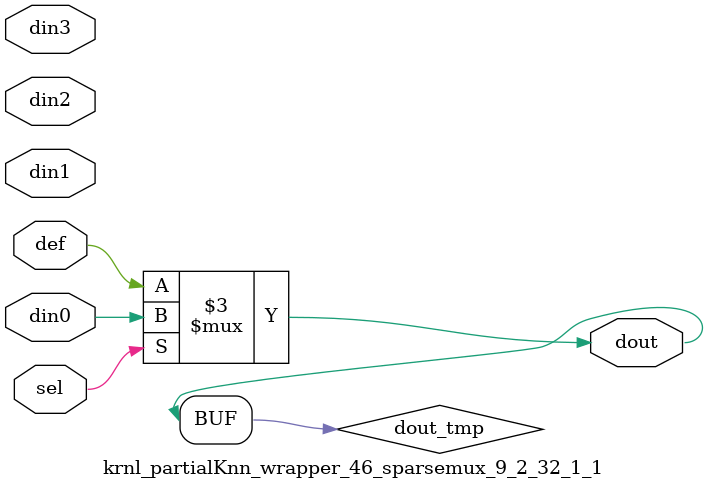
<source format=v>
`timescale 1 ns / 1 ps
module krnl_partialKnn_wrapper_46_sparsemux_9_2_32_1_1 (din0,din1,din2,din3,def,sel,dout);
parameter din0_WIDTH = 1;
parameter din1_WIDTH = 1;
parameter din2_WIDTH = 1;
parameter din3_WIDTH = 1;
parameter def_WIDTH = 1;
parameter sel_WIDTH = 1;
parameter dout_WIDTH = 1;
parameter [sel_WIDTH-1:0] CASE0 = 1;
parameter [sel_WIDTH-1:0] CASE1 = 1;
parameter [sel_WIDTH-1:0] CASE2 = 1;
parameter [sel_WIDTH-1:0] CASE3 = 1;
parameter ID = 1;
parameter NUM_STAGE = 1;
input [din0_WIDTH-1:0] din0;
input [din1_WIDTH-1:0] din1;
input [din2_WIDTH-1:0] din2;
input [din3_WIDTH-1:0] din3;
input [def_WIDTH-1:0] def;
input [sel_WIDTH-1:0] sel;
output [dout_WIDTH-1:0] dout;
reg [dout_WIDTH-1:0] dout_tmp;
always @ (*) begin
case (sel)
    
    CASE0 : dout_tmp = din0;
    
    CASE1 : dout_tmp = din1;
    
    CASE2 : dout_tmp = din2;
    
    CASE3 : dout_tmp = din3;
    
    default : dout_tmp = def;
endcase
end
assign dout = dout_tmp;
endmodule
</source>
